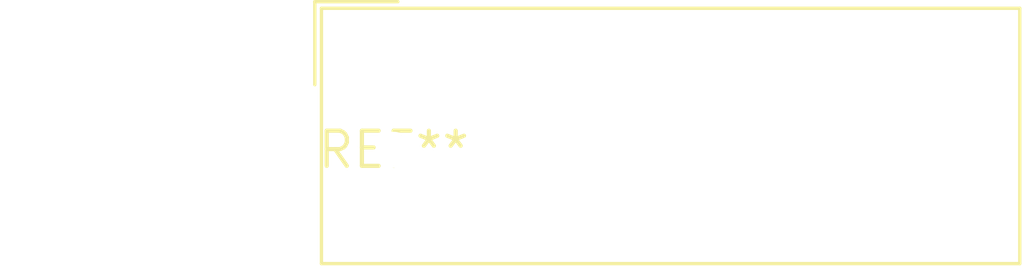
<source format=kicad_pcb>
(kicad_pcb (version 20240108) (generator pcbnew)
  (layers (0 "F.Cu" signal) (31 "B.Cu" signal) (34 "B.Paste" user) (35 "F.Paste" user) (36 "B.SilkS" user "B.Silkscreen") (37 "F.SilkS" user "F.Silkscreen") (38 "B.Mask" user) (39 "F.Mask" user) (44 "Edge.Cuts" user))
  (net 0 "")
  (footprint "Altech_AK100_1x05_P5.00mm" (layer "F.Cu") (at 0 0)
    (property "Reference" "REF**")
    (property "Value" "Altech_AK100_1x05_P5.00mm")
    (fp_line (start -2.85 -5.35) (end 0.15 -5.35) (layer "F.SilkS") (stroke (width 0.12)))
    (fp_line (start -2.85 -2.35) (end -2.85 -5.35) (layer "F.SilkS") (stroke (width 0.12)))
    (fp_line (start -2.61 -5.11) (end -2.61 4.11) (layer "F.SilkS") (stroke (width 0.12)))
    (fp_line (start -2.61 -5.11) (end 22.61 -5.11) (layer "F.SilkS") (stroke (width 0.12)))
    (fp_line (start -2.61 4.11) (end 22.61 4.11) (layer "F.SilkS") (stroke (width 0.12)))
    (fp_line (start 22.61 -5.11) (end 22.61 4.11) (layer "F.SilkS") (stroke (width 0.12)))
    (pad "1" thru_hole rect (at 0 0) (size 3 3) (drill 1.3) (layers *.Cu *.Mask) (remove_unused_layers))
    (pad "2" thru_hole circle (at 5 0) (size 3 3) (drill 1.3) (layers *.Cu *.Mask) (remove_unused_layers))
    (pad "3" thru_hole circle (at 10 0) (size 3 3) (drill 1.3) (layers *.Cu *.Mask) (remove_unused_layers))
    (pad "4" thru_hole circle (at 15 0) (size 3 3) (drill 1.3) (layers *.Cu *.Mask) (remove_unused_layers))
    (pad "5" thru_hole circle (at 20 0) (size 3 3) (drill 1.3) (layers *.Cu *.Mask) (remove_unused_layers))
  )
)
</source>
